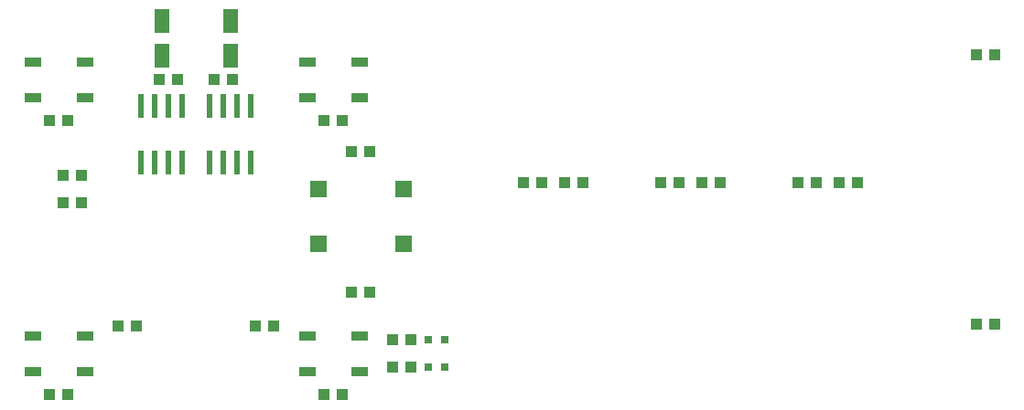
<source format=gtp>
G75*
G70*
%OFA0B0*%
%FSLAX24Y24*%
%IPPOS*%
%LPD*%
%AMOC8*
5,1,8,0,0,1.08239X$1,22.5*
%
%ADD10R,0.0394X0.0433*%
%ADD11R,0.0433X0.0394*%
%ADD12R,0.0551X0.0866*%
%ADD13R,0.0591X0.0354*%
%ADD14R,0.0240X0.0870*%
%ADD15R,0.0591X0.0591*%
%ADD16R,0.0315X0.0315*%
D10*
X007325Y006159D03*
X007994Y006159D03*
X012325Y006159D03*
X012994Y006159D03*
X015825Y007409D03*
X016494Y007409D03*
X017325Y005659D03*
X017994Y005659D03*
X017994Y004659D03*
X017325Y004659D03*
X005994Y010659D03*
X005325Y010659D03*
X005325Y011659D03*
X005994Y011659D03*
X015825Y012534D03*
X016494Y012534D03*
X022075Y011409D03*
X022744Y011409D03*
X023575Y011409D03*
X024244Y011409D03*
X027075Y011409D03*
X027744Y011409D03*
X028575Y011409D03*
X029244Y011409D03*
X032075Y011409D03*
X032744Y011409D03*
X033575Y011409D03*
X034244Y011409D03*
X038575Y016081D03*
X039244Y016081D03*
X039244Y006238D03*
X038575Y006238D03*
D11*
X004825Y003659D03*
X005494Y003659D03*
X014825Y003659D03*
X015494Y003659D03*
X015494Y013659D03*
X014825Y013659D03*
X011494Y015159D03*
X010825Y015159D03*
X009494Y015159D03*
X008825Y015159D03*
X005494Y013659D03*
X004825Y013659D03*
D12*
X008909Y016029D03*
X011409Y016029D03*
X011409Y017289D03*
X008909Y017289D03*
D13*
X006124Y015809D03*
X004195Y015809D03*
X004195Y014510D03*
X006124Y014510D03*
X014195Y014510D03*
X016124Y014510D03*
X016124Y015809D03*
X014195Y015809D03*
X014195Y005809D03*
X016124Y005809D03*
X016124Y004510D03*
X014195Y004510D03*
X006124Y004510D03*
X004195Y004510D03*
X004195Y005809D03*
X006124Y005809D03*
D14*
X008159Y012129D03*
X008659Y012129D03*
X009159Y012129D03*
X009659Y012129D03*
X010659Y012129D03*
X011159Y012129D03*
X011659Y012129D03*
X012159Y012129D03*
X012159Y014189D03*
X011659Y014189D03*
X011159Y014189D03*
X010659Y014189D03*
X009659Y014189D03*
X009159Y014189D03*
X008659Y014189D03*
X008159Y014189D03*
D15*
X014624Y011159D03*
X017695Y011159D03*
X017695Y009159D03*
X014624Y009159D03*
D16*
X018614Y005659D03*
X019205Y005659D03*
X019205Y004659D03*
X018614Y004659D03*
M02*

</source>
